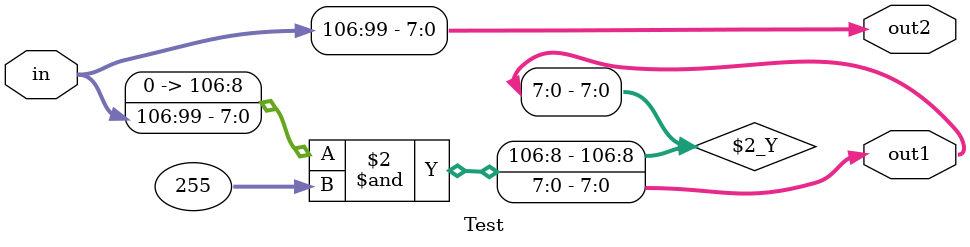
<source format=v>

module t (  /*AUTOARG*/
    // Inputs
    clk
);
  input clk;

  integer cyc = 0;
  reg [63:0] crc;
  reg [63:0] sum;

  // Take CRC data and apply to testblock inputs
  wire [106:0] in = {~crc[42:0], crc[63:0]};

  /*AUTOWIRE*/
  // Beginning of automatic wires (for undeclared instantiated-module outputs)
  wire [7:0] out1;  // From test of Test.v
  wire [7:0] out2;  // From test of Test.v
  // End of automatics

  Test test (  /*AUTOINST*/
      // Outputs
      .out1(out1[7:0]),
      .out2(out2[7:0]),
      // Inputs
      .in(in[106:0])
  );

  // Aggregate outputs into a single result vector
  wire [63:0] result = {48'h0, out1, out1};

  // Test loop
  always @(posedge clk) begin
`ifdef TEST_VERBOSE
    $write("[%0t] cyc==%0d crc=%x result=%x\n", $time, cyc, crc, result);
`endif
    cyc <= cyc + 1;
    crc <= {crc[62:0], crc[63] ^ crc[2] ^ crc[0]};
    sum <= result ^ {sum[62:0], sum[63] ^ sum[2] ^ sum[0]};
    if (cyc == 0) begin
      // Setup
      crc <= 64'h5aef0c8d_d70a4497;
      sum <= '0;
    end
    else if (cyc < 10) begin
      sum <= '0;
    end
    else if (cyc < 90) begin
    end
    else if (cyc == 99) begin
      $write("[%0t] cyc==%0d crc=%x sum=%x\n", $time, cyc, crc, sum);
      if (crc !== 64'hc77bb9b3784ea091) $stop;
      // What checksum will we end up with (above print should match)
      `define EXPECTED_SUM 64'hc746017202a24ecc
      if (sum !== `EXPECTED_SUM) $stop;
      $write("*-* All Finished *-*\n");
      $finish;
    end
  end

endmodule

module Test (  /*AUTOARG*/
    // Outputs
    out1,
    out2,
    // Inputs
    in
);

  // Replace this module with the device under test.
  //
  // Change the code in the t module to apply values to the inputs and
  // merge the output values into the result vector.

  input [106:0] in;
  output [7:0] out1, out2;

  // verilator lint_off WIDTH
  // Better written as onibble[99 +: 8]. Verilator will convert it.
  wire [7:0] out1 = (in >>> 99) & 255;
  // verilator lint_on WIDTH
  wire [7:0] out2 = in[106:99];

endmodule

</source>
